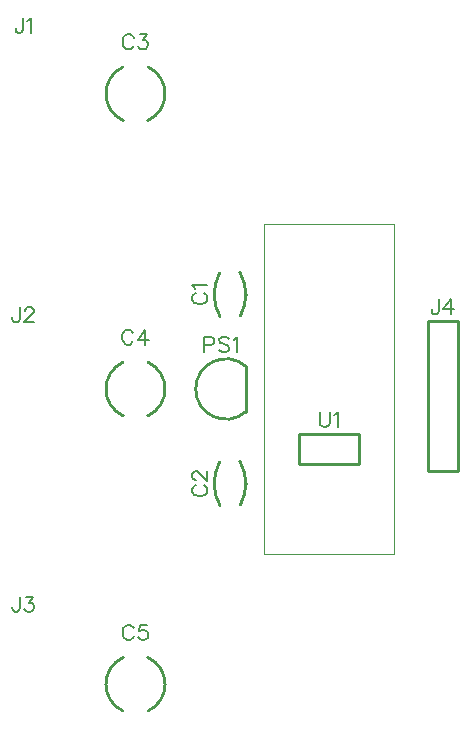
<source format=gto>
G04 DipTrace 2.4.0.2*
%INanalog-bnc_v10_TopSilk.GTO*%
%MOIN*%
%ADD10C,0.0098*%
%ADD15C,0.0013*%
%ADD45C,0.0077*%
%FSLAX44Y44*%
G04*
G70*
G90*
G75*
G01*
%LNTopSilk*%
%LPD*%
X13341Y18189D2*
D10*
G03X13322Y19641I-1332J709D01*
G01*
X12643Y19607D2*
G03X12662Y18155I1332J-709D01*
G01*
X13518Y18890D2*
Y18906D1*
X12466Y18890D2*
Y18906D1*
X13341Y11889D2*
G03X13322Y13341I-1332J709D01*
G01*
X12643Y13307D2*
G03X12662Y11855I1332J-709D01*
G01*
X13518Y12590D2*
Y12607D1*
X12466Y12590D2*
Y12607D1*
X9429Y26483D2*
G03X9433Y24696I413J-893D01*
G01*
X10252D2*
G03X10256Y26483I-409J895D01*
G01*
X9429Y16641D2*
G03X9433Y14853I413J-893D01*
G01*
X10252D2*
G03X10256Y16641I-409J895D01*
G01*
X9429Y6798D2*
G03X9433Y5011I413J-893D01*
G01*
X10252D2*
G03X10256Y6798I-409J895D01*
G01*
X19591Y13004D2*
X20591D1*
X19591Y18004D2*
Y13004D1*
X20591Y18004D2*
Y13004D1*
X19591Y18004D2*
X20591D1*
X13524Y14992D2*
G02X13524Y16504I-666J756D01*
G01*
Y14992D1*
X17285Y13254D2*
Y14254D1*
X15285Y13254D2*
X17285D1*
X15285D2*
Y14254D1*
X17285D1*
X14114Y21262D2*
D15*
X18445D1*
Y10238D1*
X14114D1*
Y21262D1*
X11853Y18940D2*
D45*
X11806Y18916D1*
X11758Y18868D1*
X11734Y18820D1*
Y18725D1*
X11758Y18677D1*
X11806Y18629D1*
X11853Y18605D1*
X11925Y18581D1*
X12045D1*
X12117Y18605D1*
X12165Y18629D1*
X12212Y18677D1*
X12236Y18725D1*
Y18820D1*
X12212Y18868D1*
X12165Y18916D1*
X12117Y18940D1*
X11830Y19094D2*
X11806Y19142D1*
X11735Y19214D1*
X12236D1*
X11853Y12533D2*
X11806Y12509D1*
X11758Y12461D1*
X11734Y12414D1*
Y12318D1*
X11758Y12270D1*
X11806Y12222D1*
X11853Y12198D1*
X11925Y12174D1*
X12045D1*
X12117Y12198D1*
X12165Y12222D1*
X12212Y12270D1*
X12236Y12318D1*
Y12414D1*
X12212Y12461D1*
X12165Y12509D1*
X12117Y12533D1*
X11854Y12712D2*
X11830D1*
X11782Y12736D1*
X11758Y12759D1*
X11735Y12807D1*
Y12903D1*
X11758Y12951D1*
X11782Y12974D1*
X11830Y12999D1*
X11878D1*
X11926Y12974D1*
X11997Y12927D1*
X12236Y12688D1*
Y13022D1*
X9777Y27453D2*
X9753Y27501D1*
X9705Y27549D1*
X9658Y27573D1*
X9562D1*
X9514Y27549D1*
X9467Y27501D1*
X9442Y27453D1*
X9419Y27382D1*
Y27262D1*
X9442Y27190D1*
X9467Y27142D1*
X9514Y27095D1*
X9562Y27070D1*
X9658D1*
X9705Y27095D1*
X9753Y27142D1*
X9777Y27190D1*
X9980Y27572D2*
X10242D1*
X10099Y27381D1*
X10171D1*
X10218Y27357D1*
X10242Y27333D1*
X10267Y27262D1*
Y27214D1*
X10242Y27142D1*
X10195Y27094D1*
X10123Y27070D1*
X10051D1*
X9980Y27094D1*
X9956Y27118D1*
X9932Y27166D1*
X9765Y17611D2*
X9742Y17658D1*
X9693Y17706D1*
X9646Y17730D1*
X9550D1*
X9502Y17706D1*
X9455Y17658D1*
X9430Y17611D1*
X9407Y17539D1*
Y17419D1*
X9430Y17348D1*
X9455Y17300D1*
X9502Y17252D1*
X9550Y17228D1*
X9646D1*
X9693Y17252D1*
X9742Y17300D1*
X9765Y17348D1*
X10159Y17228D2*
Y17730D1*
X9920Y17395D1*
X10278D1*
X9777Y7768D2*
X9753Y7816D1*
X9705Y7864D1*
X9658Y7888D1*
X9562D1*
X9514Y7864D1*
X9467Y7816D1*
X9442Y7768D1*
X9419Y7697D1*
Y7577D1*
X9442Y7505D1*
X9467Y7457D1*
X9514Y7410D1*
X9562Y7385D1*
X9658D1*
X9705Y7410D1*
X9753Y7457D1*
X9777Y7505D1*
X10218Y7887D2*
X9980D1*
X9956Y7672D1*
X9980Y7696D1*
X10052Y7720D1*
X10123D1*
X10195Y7696D1*
X10243Y7648D1*
X10267Y7577D1*
Y7529D1*
X10243Y7457D1*
X10195Y7409D1*
X10123Y7385D1*
X10052D1*
X9980Y7409D1*
X9956Y7433D1*
X9932Y7481D1*
X6085Y28114D2*
Y27732D1*
X6061Y27660D1*
X6037Y27636D1*
X5989Y27612D1*
X5941D1*
X5894Y27636D1*
X5870Y27660D1*
X5846Y27732D1*
Y27779D1*
X6239Y28018D2*
X6287Y28042D1*
X6359Y28114D1*
Y27612D1*
X5977Y18468D2*
Y18086D1*
X5954Y18014D1*
X5929Y17990D1*
X5882Y17966D1*
X5834D1*
X5786Y17990D1*
X5762Y18014D1*
X5738Y18086D1*
Y18134D1*
X6156Y18349D2*
Y18372D1*
X6180Y18420D1*
X6204Y18444D1*
X6252Y18468D1*
X6347D1*
X6395Y18444D1*
X6419Y18420D1*
X6443Y18372D1*
Y18325D1*
X6419Y18277D1*
X6371Y18205D1*
X6132Y17966D1*
X6467D1*
X5977Y8823D2*
Y8440D1*
X5954Y8368D1*
X5929Y8345D1*
X5882Y8320D1*
X5834D1*
X5786Y8345D1*
X5762Y8368D1*
X5738Y8440D1*
Y8488D1*
X6180Y8822D2*
X6442D1*
X6299Y8631D1*
X6371D1*
X6419Y8607D1*
X6442Y8583D1*
X6467Y8512D1*
Y8464D1*
X6442Y8392D1*
X6395Y8344D1*
X6323Y8320D1*
X6251D1*
X6180Y8344D1*
X6156Y8368D1*
X6132Y8416D1*
X19954Y18736D2*
Y18354D1*
X19930Y18282D1*
X19906Y18258D1*
X19858Y18234D1*
X19810D1*
X19762Y18258D1*
X19739Y18282D1*
X19714Y18354D1*
Y18401D1*
X20347Y18234D2*
Y18736D1*
X20108Y18401D1*
X20467D1*
X12138Y17225D2*
X12353D1*
X12425Y17248D1*
X12449Y17273D1*
X12473Y17320D1*
Y17392D1*
X12449Y17440D1*
X12425Y17464D1*
X12353Y17488D1*
X12138D1*
Y16985D1*
X12962Y17416D2*
X12914Y17464D1*
X12843Y17488D1*
X12747D1*
X12675Y17464D1*
X12627Y17416D1*
Y17368D1*
X12651Y17320D1*
X12675Y17296D1*
X12723Y17273D1*
X12866Y17225D1*
X12914Y17201D1*
X12938Y17177D1*
X12962Y17129D1*
Y17057D1*
X12914Y17010D1*
X12843Y16985D1*
X12747D1*
X12675Y17010D1*
X12627Y17057D1*
X13116Y17392D2*
X13164Y17416D1*
X13236Y17487D1*
Y16985D1*
X15981Y14986D2*
Y14627D1*
X16005Y14556D1*
X16053Y14508D1*
X16125Y14484D1*
X16172D1*
X16244Y14508D1*
X16292Y14556D1*
X16316Y14627D1*
Y14986D1*
X16470Y14890D2*
X16518Y14914D1*
X16590Y14986D1*
Y14484D1*
M02*

</source>
